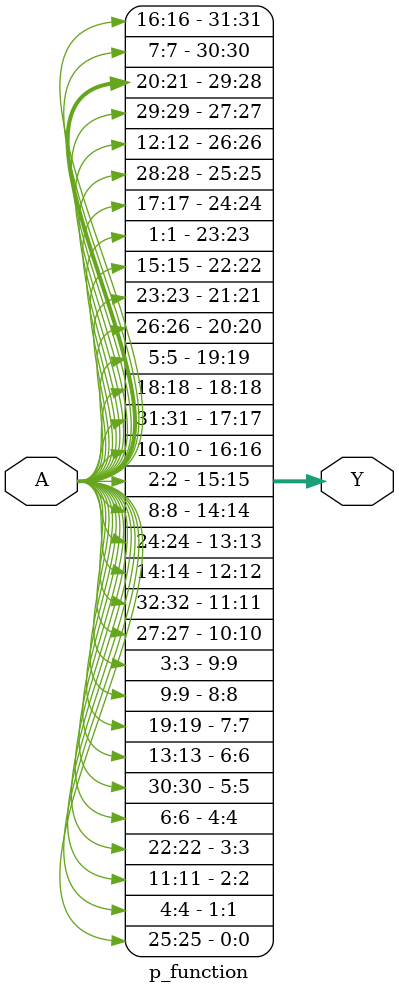
<source format=v>
`default_nettype none 
module p_function(
    input  wire [1:32] A,
    output wire [1:32] Y
);

assign Y[ 1 ] = A[16];
assign Y[ 2 ] = A[ 7];
assign Y[ 3 ] = A[20];
assign Y[ 4 ] = A[21];
assign Y[ 5 ] = A[29];
assign Y[ 6 ] = A[12];
assign Y[ 7 ] = A[28];
assign Y[ 8 ] = A[17];
assign Y[ 9 ] = A[ 1];
assign Y[10 ] = A[15];
assign Y[11 ] = A[23];
assign Y[12 ] = A[26];
assign Y[13 ] = A[ 5];
assign Y[14 ] = A[18];
assign Y[15 ] = A[31];
assign Y[16 ] = A[10];
assign Y[17 ] = A[ 2];
assign Y[18 ] = A[ 8];
assign Y[19 ] = A[24];
assign Y[20 ] = A[14];
assign Y[21 ] = A[32];
assign Y[22 ] = A[27];
assign Y[23 ] = A[ 3];
assign Y[24 ] = A[ 9];
assign Y[25 ] = A[19];
assign Y[26 ] = A[13];
assign Y[27 ] = A[30];
assign Y[28 ] = A[ 6];
assign Y[29 ] = A[22];
assign Y[30 ] = A[11];
assign Y[31 ] = A[ 4];
assign Y[32 ] = A[25];

endmodule

</source>
